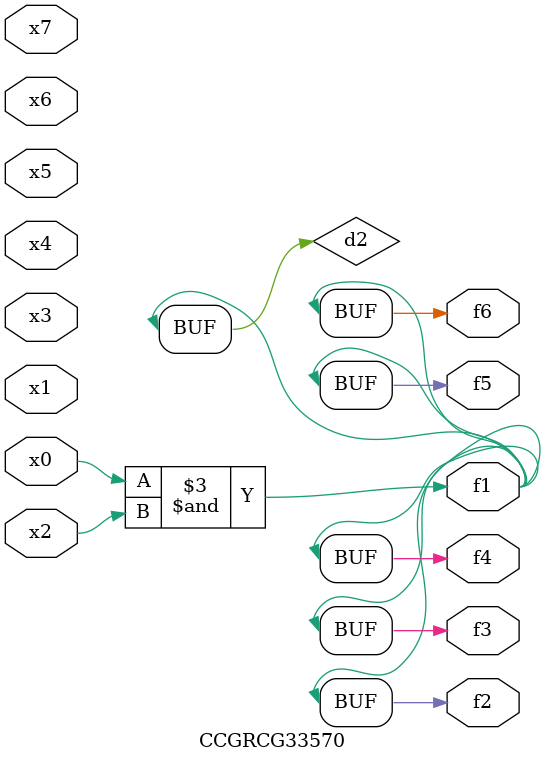
<source format=v>
module CCGRCG33570(
	input x0, x1, x2, x3, x4, x5, x6, x7,
	output f1, f2, f3, f4, f5, f6
);

	wire d1, d2;

	nor (d1, x3, x6);
	and (d2, x0, x2);
	assign f1 = d2;
	assign f2 = d2;
	assign f3 = d2;
	assign f4 = d2;
	assign f5 = d2;
	assign f6 = d2;
endmodule

</source>
